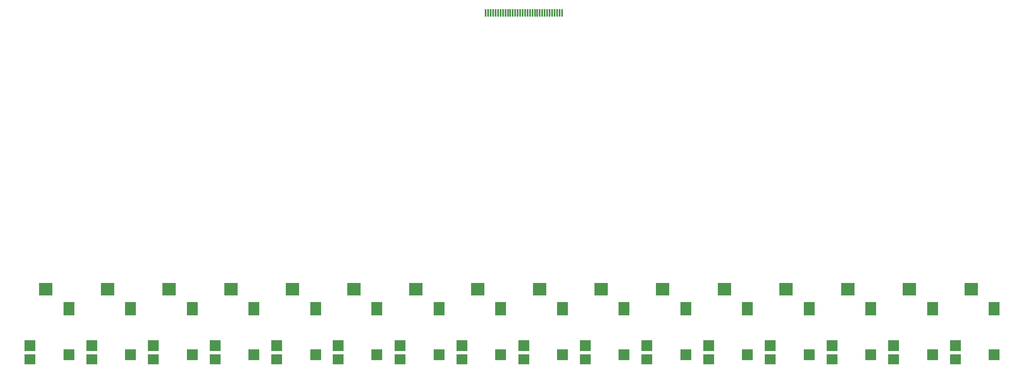
<source format=gtp>
G04*
G04 #@! TF.GenerationSoftware,Altium Limited,Altium Designer,23.8.1 (32)*
G04*
G04 Layer_Color=8421504*
%FSLAX44Y44*%
%MOMM*%
G71*
G04*
G04 #@! TF.SameCoordinates,9B7DD0FC-F728-475A-84FD-1554B911927E*
G04*
G04*
G04 #@! TF.FilePolarity,Positive*
G04*
G01*
G75*
%ADD14R,2.3000X2.0000*%
%ADD15R,2.3000X2.1999*%
%ADD16R,2.3000X2.8001*%
%ADD17R,2.8001X2.5999*%
%ADD18R,0.3500X1.6000*%
D14*
X1031610Y74480D02*
D03*
X653150Y74579D02*
D03*
X1911070D02*
D03*
X1785340D02*
D03*
X1659610D02*
D03*
X1533880D02*
D03*
X1408150D02*
D03*
X1282420D02*
D03*
X1156690D02*
D03*
X905230D02*
D03*
X779500D02*
D03*
X528040D02*
D03*
X402310D02*
D03*
X276580D02*
D03*
X150850D02*
D03*
X25120D02*
D03*
D15*
X1110610Y83482D02*
D03*
X1031610Y102481D02*
D03*
X732150Y83581D02*
D03*
X653150Y102580D02*
D03*
X1990069Y83581D02*
D03*
X1911070Y102580D02*
D03*
X1864339Y83581D02*
D03*
X1785340Y102580D02*
D03*
X1738609Y83581D02*
D03*
X1659610Y102580D02*
D03*
X1612879Y83581D02*
D03*
X1533880Y102580D02*
D03*
X1487149Y83581D02*
D03*
X1408150Y102580D02*
D03*
X1361419Y83581D02*
D03*
X1282420Y102580D02*
D03*
X1235689Y83581D02*
D03*
X1156690Y102580D02*
D03*
X984229Y83581D02*
D03*
X905230Y102580D02*
D03*
X858499Y83581D02*
D03*
X779500Y102580D02*
D03*
X607039Y83581D02*
D03*
X528040Y102580D02*
D03*
X481309Y83581D02*
D03*
X402310Y102580D02*
D03*
X355579Y83581D02*
D03*
X276580Y102580D02*
D03*
X229849Y83581D02*
D03*
X150850Y102580D02*
D03*
X104119Y83581D02*
D03*
X25120Y102580D02*
D03*
D16*
X1110610Y177482D02*
D03*
X732150Y177581D02*
D03*
X1990069D02*
D03*
X1864339D02*
D03*
X1738609D02*
D03*
X1612879D02*
D03*
X1487149D02*
D03*
X1361419D02*
D03*
X1235689D02*
D03*
X984229D02*
D03*
X858499D02*
D03*
X607039D02*
D03*
X481309D02*
D03*
X355579D02*
D03*
X229849D02*
D03*
X104119D02*
D03*
D17*
X1063609Y217482D02*
D03*
X685149Y217581D02*
D03*
X1943069D02*
D03*
X1817339D02*
D03*
X1691609D02*
D03*
X1565879D02*
D03*
X1440149D02*
D03*
X1314419D02*
D03*
X1188689D02*
D03*
X937229D02*
D03*
X811499D02*
D03*
X560039D02*
D03*
X434309D02*
D03*
X308579D02*
D03*
X182849D02*
D03*
X57119D02*
D03*
D18*
X1074040Y781550D02*
D03*
X1079040D02*
D03*
X1084040D02*
D03*
X1089040D02*
D03*
X1094040D02*
D03*
X1099040D02*
D03*
X1104040D02*
D03*
X1109040D02*
D03*
X1034040D02*
D03*
X1039040D02*
D03*
X1044040D02*
D03*
X1049040D02*
D03*
X1054040D02*
D03*
X1059040D02*
D03*
X1064040D02*
D03*
X1069040D02*
D03*
X954040D02*
D03*
X959040D02*
D03*
X964040D02*
D03*
X969040D02*
D03*
X974040D02*
D03*
X979040D02*
D03*
X984040D02*
D03*
X989040D02*
D03*
X994040D02*
D03*
X999040D02*
D03*
X1004040D02*
D03*
X1009040D02*
D03*
X1014040D02*
D03*
X1019040D02*
D03*
X1024040D02*
D03*
X1029040D02*
D03*
M02*

</source>
